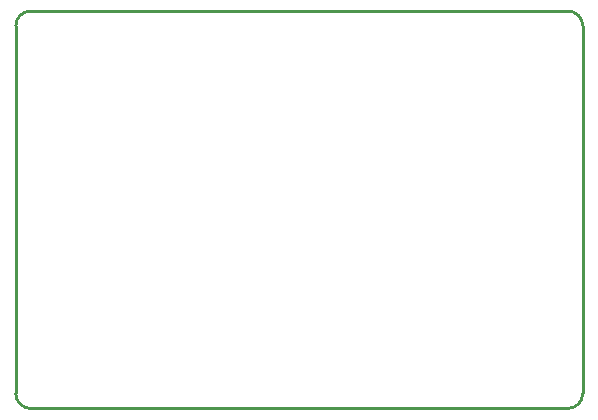
<source format=gbr>
G04*
G04 #@! TF.GenerationSoftware,Altium Limited,Altium Designer,24.8.2 (39)*
G04*
G04 Layer_Color=16711935*
%FSLAX25Y25*%
%MOIN*%
G70*
G04*
G04 #@! TF.SameCoordinates,7DA90572-2472-42F9-BF80-4CDDFEAFDCCF*
G04*
G04*
G04 #@! TF.FilePolarity,Positive*
G04*
G01*
G75*
%ADD15C,0.01000*%
D15*
X475500Y444500D02*
G03*
X470500Y449500I-5000J0D01*
G01*
Y317000D02*
G03*
X475500Y322000I0J5000D01*
G01*
X291500Y449500D02*
G03*
X286500Y444500I0J-5000D01*
G01*
Y322000D02*
G03*
X291500Y317000I5000J0D01*
G01*
X470500D01*
X291500Y449500D02*
X470500D01*
X475500Y322000D02*
Y444500D01*
X286500Y322000D02*
Y444500D01*
M02*

</source>
